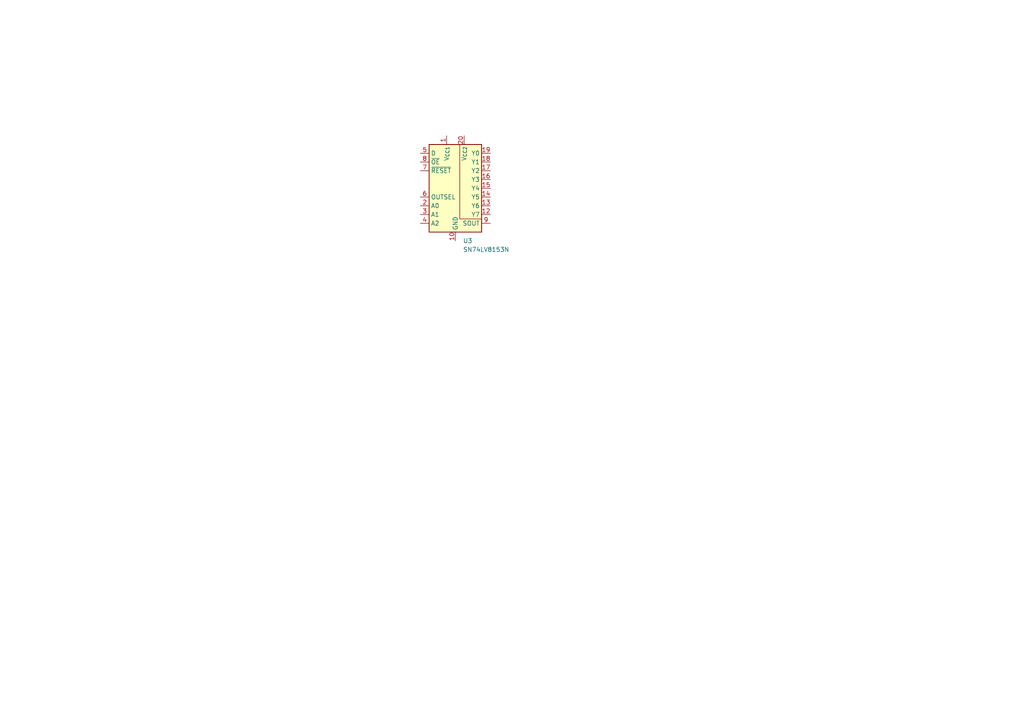
<source format=kicad_sch>
(kicad_sch (version 20230121) (generator eeschema)
  (paper "A4")
  (lib_symbols
    (symbol "Interface:SN74LV8153N"
      (property "Reference" "U" (at -7.62 15.24 0))
      (property "Value" "SN74LV8153N" (at 10.16 15.24 0))
      (symbol "SN74LV8153N_0_1"
        (rectangle (start -7.62 12.7) (end 7.62 -12.7) (stroke (width 0.254)) (fill (type background)))
        (polyline (pts (xy 1.27 12.7) (xy 1.27 -8.89) (xy 7.62 -8.89)))
      )
      (symbol "SN74LV8153N_1_1"
        (pin power_in line (at -2.54 15.24 270) (length 2.54) (name "V_{CC1}") (number "1"))
        (pin power_in line (at 0 -15.24 90) (length 2.54) (name "GND") (number "10"))
        (pin passive line (at 0 -15.24 90) (length 2.54) hide (name "GND") (number "11"))
        (pin open_collector line (at 10.16 -7.62 180) (length 2.54) (name "Y7") (number "12"))
        (pin open_collector line (at 10.16 -5.08 180) (length 2.54) (name "Y6") (number "13"))
        (pin open_collector line (at 10.16 -2.54 180) (length 2.54) (name "Y5") (number "14"))
        (pin open_collector line (at 10.16 0 180) (length 2.54) (name "Y4") (number "15"))
        (pin open_collector line (at 10.16 2.54 180) (length 2.54) (name "Y3") (number "16"))
        (pin open_collector line (at 10.16 5.08 180) (length 2.54) (name "Y2") (number "17"))
        (pin open_collector line (at 10.16 7.62 180) (length 2.54) (name "Y1") (number "18"))
        (pin open_collector line (at 10.16 10.16 180) (length 2.54) (name "Y0") (number "19"))
        (pin input line (at -10.16 -5.08 0) (length 2.54) (name "A0") (number "2"))
        (pin power_in line (at 2.54 15.24 270) (length 2.54) (name "V_{CC2}") (number "20"))
        (pin input line (at -10.16 -7.62 0) (length 2.54) (name "A1") (number "3"))
        (pin input line (at -10.16 -10.16 0) (length 2.54) (name "A2") (number "4"))
        (pin input line (at -10.16 10.16 0) (length 2.54) (name "D") (number "5"))
        (pin input line (at -10.16 -2.54 0) (length 2.54) (name "OUTSEL") (number "6"))
        (pin input line (at -10.16 5.08 0) (length 2.54) (name "~{RESET}") (number "7"))
        (pin input line (at -10.16 7.62 0) (length 2.54) (name "~{OE}") (number "8"))
        (pin output line (at 10.16 -10.16 180) (length 2.54) (name "SOUT") (number "9"))
      )
    )
  )
  (symbol (lib_id "Interface:SN74LV8153N") (at 132.08 54.61 0) (unit 1)
    (property "Reference" "U3" (at 134.2741 69.85 0) (effects (justify left)))
    (property "Value" "SN74LV8153N" (at 134.2741 72.39 0) (effects (justify left)))
    (property "Footprint" "Package_DIP:DIP-20_W7.62mm" (effects hide))
    (property "Datasheet" "https://www.ti.com/lit/ds/symlink/sn74lv8153.pdf" (effects hide))
  )
)
</source>
